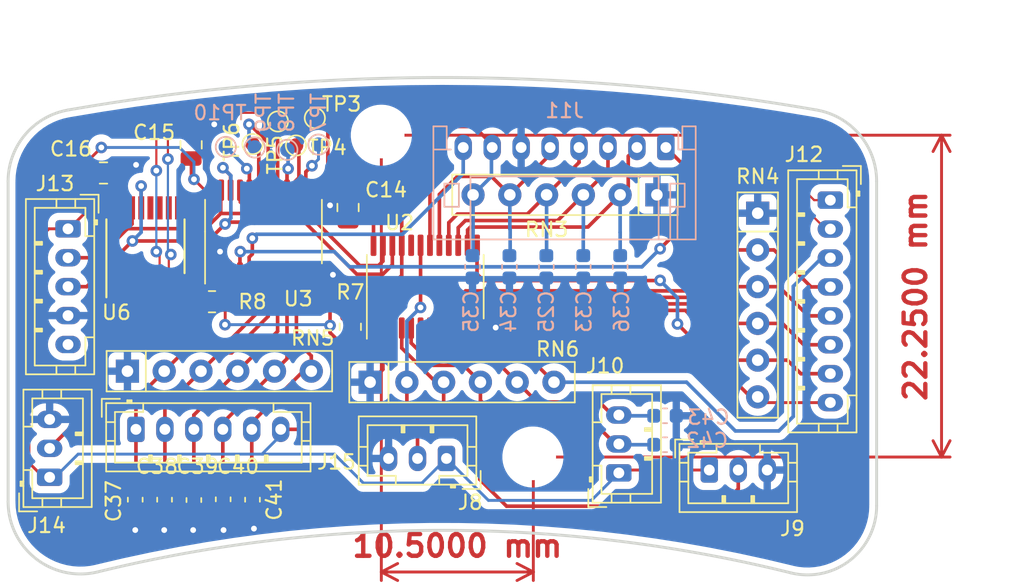
<source format=kicad_pcb>
(kicad_pcb (version 20211014) (generator pcbnew)
  (title_block (title "Libre-MIG PCB Full") (date "2022-10-10") (rev "v0.1"))
  (layers (0 "F.Cu" signal) (31 "B.Cu" signal) (34 "B.Paste" user) (35 "F.Paste" user) (36 "B.SilkS" user "B.Silkscreen") (37 "F.SilkS" user "F.Silkscreen") (38 "B.Mask" user) (39 "F.Mask" user) (44 "Edge.Cuts" user))
  (net 0 "")
  (net 1 "GND")
  (net 2 "/IO Controller/FlipIn")
  (net 3 "/IO Controller/BigRed")
  (net 4 "/IO Controller/Stage1")
  (net 5 "/IO Controller/Stage2")
  (net 6 "/IO Controller/EncodeA")
  (net 7 "/IO Controller/EncodeB")
  (net 8 "/IO Controller/DirC1")
  (net 9 "/IO Controller/DirR1")
  (net 10 "/IO Controller/DirL1")
  (net 11 "/IO Controller/DirU1")
  (net 12 "/IO Controller/DirD1")
  (net 13 "/IO Controller/Axis1")
  (net 14 "/IO Controller/Axis2")
  (net 15 "/IO Controller/CenterButt")
  (net 16 "/IO Controller/DirC")
  (net 17 "/IO Controller/DirL")
  (net 18 "/IO Controller/DirR")
  (net 19 "/IO Controller/DirU")
  (net 20 "/IO Controller/DirD")
  (net 21 "/IO Controller/SDA")
  (net 22 "/IO Controller/SCL")
  (net 23 "/IO Controller/EN")
  (net 24 "/IO Controller/TwistIn")
  (net 25 "+3V3")
  (net 26 "Net-(R7-Pad1)")
  (net 27 "Net-(R8-Pad1)")
  (net 28 "/IO Controller/SideA")
  (net 29 "/IO Controller/SideB")
  (net 30 "/IO Controller/SideC")
  (net 31 "/IO Controller/SideD")
  (net 32 "/IO Controller/SideCenter")
  (net 37 "/IO Controller/AIN3")
  (net 38 "/IO Controller/AIN4")
  (net 39 "/IO Controller/AIN5")
  (net 40 "/IO Controller/AIN6")
  (net 42 "/IO Controller/AIN7")
  (net 44 "/IO Controller/IN_xtra1")
  (net 45 "/IO Controller/IN_xtra2")
  (net 46 "/IO Controller/IN_xtra3")
  (net 47 "/IO Controller/IN_xtra4")
  (net 48 "/IO Controller/IN_xtra5")
  (net 49 "/IO Controller/IN_xtra6")
  (net 50 "/IO Controller/IN_xtra7")
  (net 51 "/IO Controller/IN_xtra8")
  (footprint "Capacitor_SMD:C_0603_1608Metric" (layer "F.Cu") (at 121.325 184.775 -90)
    (fp_text reference "C40")
    (fp_text value "100nF")
  )
  (footprint "Connector_JST:JST_PH_B3B-PH-K_1x03_P2.00mm_Vertical" (layer "F.Cu") (at 136.75 181.95 180)
    (fp_text reference "J8")
    (fp_text value "Conn_01x03")
  )
  (footprint "Capacitor_SMD:C_0805_2012Metric" (layer "F.Cu") (at 113.056 162.212 180)
    (fp_text reference "C16")
    (fp_text value "100nF")
  )
  (footprint "MountingHole:MountingHole_3.2mm_M3" (layer "F.Cu") (at 142.75 181.85)
    (fp_text reference "REF**" hide)
    (fp_text value "MountingHole_3.2mm_M3" hide)
  )
  (footprint "Connector_JST:JST_PH_B5B-PH-K_1x05_P2.00mm_Vertical" (layer "F.Cu") (at 110.606 166.073 -90)
    (fp_text reference "J13")
    (fp_text value "Conn_01x05")
  )
  (footprint "Resistor_THT:R_Array_SIP6" (layer "F.Cu") (at 114.711 175.915)
    (fp_text reference "RN5")
    (fp_text value "R_Network05")
  )
  (footprint "Connector_JST:JST_PH_B8B-PH-K_1x08_P2.00mm_Vertical" (layer "F.Cu") (at 163.267 164.089 -90)
    (fp_text reference "J12")
    (fp_text value "Conn_01x08")
  )
  (footprint "Package_SO:QSOP-16_3.9x4.9mm_P0.635mm" (layer "F.Cu") (at 115.981 167.279 90)
    (fp_text reference "U6")
    (fp_text value "MAX11615EEE")
  )
  (footprint "Resistor_SMD:R_0805_2012Metric" (layer "F.Cu") (at 120.553 171.112)
    (fp_text reference "R8")
    (fp_text value "10k")
  )
  (footprint "Capacitor_SMD:C_0805_2012Metric" (layer "F.Cu") (at 119.109 160.263 -90)
    (fp_text reference "C15")
    (fp_text value "100nF")
  )
  (footprint "Resistor_THT:R_Array_SIP6" (layer "F.Cu") (at 151.287 163.723 180)
    (fp_text reference "RN3")
    (fp_text value "R_Network05")
  )
  (footprint "Package_SO:TSSOP-24_4.4x7.8mm_P0.65mm" (layer "F.Cu") (at 124.109 166.263 90)
    (fp_text reference "U3")
    (fp_text value "TCA9535PWR")
  )
  (footprint "TestPoint:TestPoint_Pad_D1.0mm" (layer "F.Cu") (at 126.356 160.312)
    (fp_text reference "TP4")
    (fp_text value "TestPoint")
  )
  (footprint "Capacitor_SMD:C_0603_1608Metric" (layer "F.Cu") (at 123.35 184.8 -90)
    (fp_text reference "C41")
    (fp_text value "100nF")
  )
  (footprint "Connector_JST:JST_PH_B3B-PH-K_1x03_P2.00mm_Vertical" (layer "F.Cu") (at 109.335 183.249 90)
    (fp_text reference "J14")
    (fp_text value "Conn_01x03")
  )
  (footprint "TestPoint:TestPoint_Pad_D1.0mm" (layer "F.Cu") (at 125.107 158.649)
    (fp_text reference "TP5")
    (fp_text value "TestPoint")
  )
  (footprint "Package_SO:TSSOP-24_4.4x7.8mm_P0.65mm" (layer "F.Cu") (at 135.285 170.073 90)
    (fp_text reference "U2")
    (fp_text value "TCA9535PWR")
  )
  (footprint "Connector_JST:JST_PH_B6B-PH-K_1x06_P2.00mm_Vertical" (layer "F.Cu") (at 115.299 179.937)
    (fp_text reference "J15")
    (fp_text value "Conn_01x06")
  )
  (footprint "Capacitor_SMD:C_0603_1608Metric" (layer "F.Cu") (at 119.3 184.825 -90)
    (fp_text reference "C39")
    (fp_text value "100nF")
  )
  (footprint "Resistor_THT:R_Array_SIP6" (layer "F.Cu") (at 131.475 176.677)
    (fp_text reference "RN6")
    (fp_text value "R_Network05")
  )
  (footprint "MountingHole:MountingHole_3.2mm_M3" (layer "F.Cu") (at 132.25 159.6)
    (fp_text reference "REF**" hide)
    (fp_text value "MountingHole_3.2mm_M3" hide)
  )
  (footprint "Capacitor_SMD:C_0603_1608Metric" (layer "F.Cu") (at 117.275 184.8 -90)
    (fp_text reference "C38")
    (fp_text value "100nF")
  )
  (footprint "Connector_JST:JST_PH_B3B-PH-K_1x03_P2.00mm_Vertical" (layer "F.Cu") (at 154.907 182.749)
    (fp_text reference "J9")
    (fp_text value "Conn_01x03")
  )
  (footprint "Capacitor_SMD:C_0603_1608Metric" (layer "F.Cu") (at 115.25 184.8 -90)
    (fp_text reference "C37")
    (fp_text value "100nF")
  )
  (footprint "TestPoint:TestPoint_Pad_D1.0mm" (layer "F.Cu") (at 127.656 158.412)
    (fp_text reference "TP3")
    (fp_text value "TestPoint")
  )
  (footprint "TestPoint:TestPoint_Pad_D1.0mm" (layer "F.Cu") (at 123.356 160.212)
    (fp_text reference "TP6")
    (fp_text value "TestPoint")
  )
  (footprint "Connector_JST:JST_PH_B3B-PH-K_1x03_P2.00mm_Vertical" (layer "F.Cu") (at 148.657 182.949 90)
    (fp_text reference "J10")
    (fp_text value "Conn_01x03")
  )
  (footprint "Resistor_SMD:R_0805_2012Metric" (layer "F.Cu") (at 130.107 172.849 -90)
    (fp_text reference locked "R7")
    (fp_text value "10k")
  )
  (footprint "Resistor_THT:R_Array_SIP6" (layer "F.Cu") (at 158.25 164.993 -90)
    (fp_text reference "RN4")
    (fp_text value "R_Network05")
  )
  (footprint "Capacitor_SMD:C_0805_2012Metric" (layer "F.Cu") (at 129.95 164.6 90)
    (fp_text reference "C14")
    (fp_text value "100nF")
  )
  (footprint "TestPoint:TestPoint_Pad_D1.0mm" (layer "B.Cu") (at 125.756 160.612)
    (fp_text reference "TP8")
    (fp_text value "TestPoint")
  )
  (footprint "Capacitor_SMD:C_0603_1608Metric" (layer "B.Cu") (at 141.1 168.7 -90)
    (fp_text reference "C34")
    (fp_text value "100nF")
  )
  (footprint "Capacitor_SMD:C_0603_1608Metric" (layer "B.Cu") (at 148.75 168.7 -90)
    (fp_text reference "C36")
    (fp_text value "100nF")
  )
  (footprint "TestPoint:TestPoint_Pad_D1.0mm" (layer "B.Cu") (at 123.507 160.449)
    (fp_text reference "TP9")
    (fp_text value "TestPoint")
  )
  (footprint "Capacitor_SMD:C_0603_1608Metric" (layer "B.Cu") (at 143.65 168.7 -90)
    (fp_text reference "C25")
    (fp_text value "100nF")
  )
  (footprint "Capacitor_SMD:C_0603_1608Metric" (layer "B.Cu") (at 138.55 168.7 -90)
    (fp_text reference "C35")
    (fp_text value "100nF")
  )
  (footprint "Capacitor_SMD:C_0603_1608Metric" (layer "B.Cu") (at 151.85 181)
    (fp_text reference "C42")
    (fp_text value "100nF")
  )
  (footprint "TestPoint:TestPoint_Pad_D1.0mm" (layer "B.Cu") (at 127.907 160.249)
    (fp_text reference "TP7")
    (fp_text value "TestPoint")
  )
  (footprint "Capacitor_SMD:C_0603_1608Metric" (layer "B.Cu") (at 146.2 168.7 -90)
    (fp_text reference "C33")
    (fp_text value "100nF")
  )
  (footprint "Capacitor_SMD:C_0603_1608Metric" (layer "B.Cu") (at 151.85 179)
    (fp_text reference "C43")
    (fp_text value "100nF")
  )
  (footprint "Connector_JST:JST_PH_S8B-PH-K_1x08_P2.00mm_Horizontal" (layer "B.Cu") (at 151.907 160.449 180)
    (fp_text reference "J11")
    (fp_text value "Conn_01x08")
  )
  (footprint "TestPoint:TestPoint_Pad_D1.0mm" (layer "B.Cu") (at 121.507 160.412)
    (fp_text reference "TP10")
    (fp_text value "TestPoint")
  )
  (gr_line (start 166.465539 162.78453) (end 166.465539 185.22603) (layer "Edge.Cuts") (width 0.2))
  (gr_arc (start 112.656006 189.793488) (mid 136.603162 186.91782) (end 160.542296 189.859514) (layer "Edge.Cuts") (width 0.2))
  (gr_arc (start 166.465509 185.22603) (mid 164.632988 188.986059) (end 160.54235 189.859364) (layer "Edge.Cuts") (width 0.2))
  (gr_arc (start 112.656003 189.793342) (mid 108.379443 188.871136) (end 106.465539 184.93713) (layer "Edge.Cuts") (width 0.2))
  (gr_arc (start 110.604035 157.858952) (mid 136.465609 155.61273) (end 162.327184 157.858952) (layer "Edge.Cuts") (width 0.2))
  (gr_arc (start 162.327591 157.859404) (mid 165.293715 159.568207) (end 166.465539 162.78453) (layer "Edge.Cuts") (width 0.2))
  (gr_arc (start 106.465569 162.78453) (mid 107.637352 159.568199) (end 110.603492 157.859434) (layer "Edge.Cuts") (width 0.2))
  (gr_line (start 106.465539 184.93713) (end 106.465539 162.78453) (layer "Edge.Cuts") (width 0.2))
  (dimension (type orthogonal) (layer "F.Cu") (pts (xy 132.25 159.6) (xy 142.75 181.85)) (height 30.2) (orientation 0) (gr_text "10.5000 mm" (at 137.5 188) (layer "F.Cu") (effects (font (size 1.5 1.5) (thickness 0.3)))) (format (units 3) (units_format 1) (precision 4)) (style (thickness 0.2) (arrow_length 1.27) (text_position_mode 0) (extension_height 0.58642) (extension_offset 0.5) keep_text_aligned))
  (dimension (type orthogonal) (layer "F.Cu") (pts (xy 132.25 159.6) (xy 142.75 181.85)) (height 38.7) (orientation 1) (gr_text "22.2500 mm" (at 169.15 170.725 90) (layer "F.Cu") (effects (font (size 1.5 1.5) (thickness 0.3)))) (format (units 3) (units_format 1) (precision 4)) (style (thickness 0.2) (arrow_length 1.27) (text_position_mode 0) (extension_height 0.58642) (extension_offset 0.5) keep_text_aligned))
  (segment (start 119.3 185.6) (end 121.275 185.6) (width 0.25) (layer "F.Cu") (net 1))
  (segment (start 121.275 185.6) (end 121.325 185.55) (width 0.25) (layer "F.Cu") (net 1))
  (segment (start 123.325 185.55) (end 123.35 185.575) (width 0.25) (layer "F.Cu") (net 1))
  (segment (start 117.275 185.575) (end 117.275 186.675) (width 0.25) (layer "F.Cu") (net 1))
  (segment (start 122.484 163.4005) (end 122.484 164.226) (width 0.2) (layer "F.Cu") (net 1))
  (segment (start 123.35 185.575) (end 123.525 185.575) (width 0.25) (layer "F.Cu") (net 1))
  (segment (start 114.006 162.212) (end 114.744 162.212) (width 0.2) (layer "F.Cu") (net 1))
  (segment (start 122.707 164.449) (end 128.707 164.449) (width 0.2) (layer "F.Cu") (net 1))
  (segment (start 114.3935 164.6247) (end 114.3935 163.0085) (width 0.25) (layer "F.Cu") (net 1))
  (segment (start 121.325 186.675) (end 121.325 185.55) (width 0.25) (layer "F.Cu") (net 1))
  (segment (start 120.243 159.313) (end 120.707 158.849) (width 0.2) (layer "F.Cu") (net 1))
  (segment (start 119.3 185.6) (end 119.3 186.65) (width 0.25) (layer "F.Cu") (net 1))
  (segment (start 121.834 169.1255) (end 121.834 168.376) (width 0.2) (layer "F.Cu") (net 1))
  (segment (start 140.1145 172.9355) (end 140.15 172.9) (width 0.25) (layer "F.Cu") (net 1))
  (segment (start 128.707 164.449) (end 128.849 164.449) (width 0.2) (layer "F.Cu") (net 1))
  (segment (start 117.275 186.675) (end 117.25 186.7) (width 0.25) (layer "F.Cu") (net 1))
  (segment (start 132.36 172.9355) (end 132.36 175.792) (width 0.25) (layer "F.Cu") (net 1))
  (segment (start 127.684 169.1255) (end 128.7835 169.1255) (width 0.2) (layer "F.Cu") (net 1))
  (segment (start 132.36 175.792) (end 131.475 176.677) (width 0.25) (layer "F.Cu") (net 1))
  (segment (start 121.35 186.7) (end 121.325 186.675) (width 0.25) (layer "F.Cu") (net 1))
  (segment (start 121.325 185.55) (end 123.325 185.55) (width 0.25) (layer "F.Cu") (net 1))
  (segment (start 115.25 185.575) (end 115.25 186.9) (width 0.25) (layer "F.Cu") (net 1))
  (segment (start 119.275 185.575) (end 119.3 185.6) (width 0.25) (layer "F.Cu") (net 1))
  (segment (start 114.3935 163.0085) (end 114.006 162.621) (width 0.25) (layer "F.Cu") (net 1))
  (segment (start 123.45 186.8) (end 123.45 185.675) (width 0.25) (layer "F.Cu") (net 1))
  (segment (start 123.45 185.675) (end 123.35 185.575) (width 0.25) (layer "F.Cu") (net 1))
  (segment (start 121.834 168.376) (end 121.107 167.649) (width 0.2) (layer "F.Cu") (net 1))
  (segment (start 128.7835 169.1255) (end 128.907 169.249) (width 0.2) (layer "F.Cu") (net 1))
  (segment (start 138.86 172.9355) (end 140.1145 172.9355) (width 0.25) (layer "F.Cu") (net 1))
  (segment (start 119.3 186.65) (end 119.25 186.7) (width 0.25) (layer "F.Cu") (net 1))
  (segment (start 128.849 164.449) (end 129.95 165.55) (width 0.2) (layer "F.Cu") (net 1))
  (segment (start 119.109 159.313) (end 120.243 159.313) (width 0.2) (layer "F.Cu") (net 1))
  (segment (start 117.275 185.575) (end 119.275 185.575) (width 0.25) (layer "F.Cu") (net 1))
  (segment (start 132.36 172.9355) (end 133.01 172.9355) (width 0.25) (layer "F.Cu") (net 1))
  (segment (start 115.25 185.575) (end 117.275 185.575) (width 0.25) (layer "F.Cu") (net 1))
  (segment (start 114.744 162.212) (end 115.307 161.649) (width 0.2) (layer "F.Cu") (net 1))
  (segment (start 122.484 164.226) (end 122.707 164.449) (width 0.2) (layer "F.Cu") (net 1))
  (via (at 121.35 186.9) (size 0.8) (drill 0.4) (layers "F.Cu" "B.Cu") (net 1))
  (via (at 121.107 167.649) (size 0.8) (drill 0.4) (layers "F.Cu" "B.Cu") (net 1))
  (via (at 123.45 186.8) (size 0.8) (drill 0.4) (layers "F.Cu" "B.Cu") (net 1))
  (via (at 119.25 186.9) (size 0.8) (drill 0.4) (layers "F.Cu" "B.Cu") (net 1))
  (via (at 128.907 169.249) (size 0.8) (drill 0.4) (layers "F.Cu" "B.Cu") (net 1))
  (via (at 115.25 186.9) (size 0.8) (drill 0.4) (layers "F.Cu" "B.Cu") (net 1))
  (via (at 115.307 161.649) (size 0.8) (drill 0.4) (layers "F.Cu" "B.Cu") (net 1))
  (via (at 128.707 164.449) (size 0.8) (drill 0.4) (layers "F.Cu" "B.Cu") (net 1))
  (via (at 120.707 158.849) (size 0.8) (drill 0.4) (layers "F.Cu" "B.Cu") (net 1))
  (via (at 140.15 172.9) (size 0.8) (drill 0.4) (layers "F.Cu" "B.Cu") (net 1))
  (via (at 117.25 186.9) (size 0.8) (drill 0.4) (layers "F.Cu" "B.Cu") (net 1))
  (segment (start 134.015 178.157) (end 134.75 178.892) (width 0.25) (layer "F.Cu") (net 2))
  (segment (start 134.015 176.677) (end 134.015 178.157) (width 0.25) (layer "F.Cu") (net 2))
  (segment (start 134.96 171.508) (end 134.956 171.512) (width 0.25) (layer "F.Cu") (net 2))
  (segment (start 134.75 178.892) (end 134.75 181.95) (width 0.25) (layer "F.Cu") (net 2))
  (segment (start 134.96 167.2105) (end 134.96 171.508) (width 0.25) (layer "F.Cu") (net 2))
  (via (at 134.956 171.512) (size 0.8) (drill 0.4) (layers "F.Cu" "B.Cu") (net 2))
  (segment (start 134.015 172.453) (end 134.015 176.677) (width 0.25) (layer "B.Cu") (net 2))
  (segment (start 134.956 171.512) (end 134.015 172.453) (width 0.25) (layer "B.Cu") (net 2))
  (segment (start 133.66 174.316) (end 136.021 176.677) (width 0.25) (layer "F.Cu") (net 3))
  (segment (start 133.66 172.9355) (end 133.66 174.316) (width 0.25) (layer "F.Cu") (net 3))
  (segment (start 136.555 178.505) (end 139.05 181) (width 0.25) (layer "F.Cu") (net 3))
  (segment (start 140.899 185.249) (end 155.707 185.249) (width 0.25) (layer "F.Cu") (net 3))
  (segment (start 155.707 185.249) (end 156.907 184.049) (width 0.25) (layer "F.Cu") (net 3))
  (segment (start 136.021 176.677) (end 136.555 176.677) (width 0.25) (layer "F.Cu") (net 3))
  (segment (start 136.555 176.677) (end 136.555 178.505) (width 0.25) (layer "F.Cu") (net 3))
  (segment (start 139.05 181) (end 139.05 183.4) (width 0.25) (layer "F.Cu") (net 3))
  (segment (start 139.05 183.4) (end 140.899 185.249) (width 0.25) (layer "F.Cu") (net 3))
  (segment (start 156.907 184.049) (end 156.907 182.749) (width 0.25) (layer "F.Cu") (net 3))
  (segment (start 135.856 175.512) (end 137.93 175.512) (width 0.25) (layer "F.Cu") (net 4))
  (segment (start 146.307 178.849) (end 140.007 178.849) (width 0.25) (layer "F.Cu") (net 4))
  (segment (start 139.095 177.937) (end 139.095 176.677) (width 0.25) (layer "F.Cu") (net 4))
  (segment (start 134.31 172.9355) (end 134.31 173.966) (width 0.25) (layer "F.Cu") (net 4))
  (segment (start 137.93 175.512) (end 139.095 176.677) (width 0.25) (layer "F.Cu") (net 4))
  (segment (start 140.007 178.849) (end 139.095 177.937) (width 0.25) (layer "F.Cu") (net 4))
  (segment (start 134.31 173.966) (end 135.856 175.512) (width 0.25) (layer "F.Cu") (net 4))
  (segment (start 146.307 178.849) (end 148.507 181.049) (width 0.25) (layer "F.Cu") (net 4))
  (segment (start 148.708 181) (end 148.657 180.949) (width 0.25) (layer "B.Cu") (net 4))
  (segment (start 151.075 181) (end 148.708 181) (width 0.25) (layer "B.Cu") (net 4))
  (segment (start 142.907 178.049) (end 142.907 177.949) (width 0.25) (layer "F.Cu") (net 5))
  (segment (start 134.96 173.816) (end 136.206 175.062) (width 0.25) (layer "F.Cu") (net 5))
  (segment (start 134.96 172.9355) (end 134.96 173.816) (width 0.25) (layer "F.Cu") (net 5))
  (segment (start 136.206 175.062) (end 140.02 175.062) (width 0.25) (layer "F.Cu") (net 5))
  (segment (start 147.307 178.049) (end 148.307 179.049) (width 0.25) (layer "F.Cu") (net 5))
  (segment (start 147.307 178.049) (end 142.907 178.049) (width 0.25) (layer "F.Cu") (net 5))
  (segment (start 142.907 177.949) (end 141.635 176.677) (width 0.25) (layer "F.Cu") (net 5))
  (segment (start 140.02 175.062) (end 141.635 176.677) (width 0.25) (layer "F.Cu") (net 5))
  (segment (start 151.075 179) (end 148.708 179) (width 0.25) (layer "B.Cu") (net 5))
  (segment (start 148.708 179) (end 148.657 178.949) (width 0.25) (layer "B.Cu") (net 5))
  (segment (start 151.507 167.449) (end 153.507 165.449) (width 0.25) (layer "F.Cu") (net 6))
  (segment (start 122.484 167.672) (end 122.484 169.1255) (width 0.25) (layer "F.Cu") (net 6))
  (segment (start 153.507 165.449) (end 153.507 162.049) (width 0.25) (layer "F.Cu") (net 6))
  (segment (start 122.507 167.649) (end 122.484 167.672) (width 0.25) (layer "F.Cu") (net 6))
  (segment (start 153.507 162.049) (end 151.907 160.449) (width 0.25) (layer "F.Cu") (net 6))
  (via (at 151.507 167.449) (size 0.8) (drill 0.4) (layers "F.Cu" "B.Cu") (net 6))
  (via (at 122.507 167.649) (size 0.8) (drill 0.4) (layers "F.Cu" "B.Cu") (net 6))
  (segment (start 150.256 168.7) (end 130.05 168.7) (width 0.25) (layer "B.Cu") (net 6))
  (segment (start 151.507 167.449) (end 150.256 168.7) (width 0.25) (layer "B.Cu") (net 6))
  (segment (start 128.999 167.649) (end 122.507 167.649) (width 0.25) (layer "B.Cu") (net 6))
  (segment (start 130.05 168.7) (end 128.999 167.649) (width 0.25) (layer "B.Cu") (net 6))
  (segment (start 123.119653 168.036347) (end 123.119653 169.111153) (width 0.25) (layer "F.Cu") (net 7))
  (segment (start 123.33883 166.7245) (end 123.33883 167.81717) (width 0.25) (layer "F.Cu") (net 7))
  (segment (start 123.33883 167.81717) (end 123.119653 168.036347) (width 0.25) (layer "F.Cu") (net 7))
  (segment (start 123.119653 169.111153) (end 123.134 169.1255) (width 0.25) (layer "F.Cu") (net 7))
  (via (at 123.33883 166.7245) (size 0.8) (drill 0.4) (layers "F.Cu" "B.Cu") (net 7))
  (segment (start 137.907 162.249) (end 137.907 160.449) (width 0.25) (layer "B.Cu") (net 7))
  (segment (start 123.61433 166.449) (end 133.707 166.449) (width 0.25) (layer "B.Cu") (net 7))
  (segment (start 133.707 166.449) (end 137.907 162.249) (width 0.25) (layer "B.Cu") (net 7))
  (segment (start 123.33883 166.7245) (end 123.61433 166.449) (width 0.25) (layer "B.Cu") (net 7))
  (segment (start 145.907 161.483) (end 143.667 163.723) (width 0.25) (layer "F.Cu") (net 8))
  (segment (start 137.507 165.049) (end 142.341 165.049) (width 0.25) (layer "F.Cu") (net 8))
  (segment (start 145.907 160.449) (end 145.907 161.483) (width 0.25) (layer "F.Cu") (net 8))
  (segment (start 136.91 165.646) (end 137.507 165.049) (width 0.25) (layer "F.Cu") (net 8))
  (segment (start 142.341 165.049) (end 143.667 163.723) (width 0.25) (layer "F.Cu") (net 8))
  (segment (start 136.91 167.2105) (end 136.91 165.646) (width 0.25) (layer "F.Cu") (net 8))
  (segment (start 143.667 167.908) (end 143.667 163.723) (width 0.25) (layer "B.Cu") (net 8))
  (segment (start 143.65 167.925) (end 143.667 167.908) (width 0.25) (layer "B.Cu") (net 8))
  (segment (start 137.56 165.996) (end 138.057 165.499) (width 0.25) (layer "F.Cu") (net 9))
  (segment (start 144.431 165.499) (end 146.207 163.723) (width 0.25) (layer "F.Cu") (net 9))
  (segment (start 138.057 165.499) (end 144.431 165.499) (width 0.25) (layer "F.Cu") (net 9))
  (segment (start 147.907 160.449) (end 147.907 162.023) (width 0.25) (layer "F.Cu") (net 9))
  (segment (start 147.907 162.023) (end 146.207 163.723) (width 0.25) (layer "F.Cu") (net 9))
  (segment (start 137.56 167.2105) (end 137.56 165.996) (width 0.25) (layer "F.Cu") (net 9))
  (segment (start 146.207 166.268) (end 146.207 163.723) (width 0.25) (layer "B.Cu") (net 9))
  (segment (start 146.2 167.925) (end 146.2 166.275) (width 0.25) (layer "B.Cu") (net 9))
  (segment (start 139.853 162.449) (end 137.507 162.449) (width 0.25) (layer "F.Cu") (net 10))
  (segment (start 143.907 160.943) (end 141.127 163.723) (width 0.25) (layer "F.Cu") (net 10))
  (segment (start 137.507 162.449) (end 136.26 163.696) (width 0.25) (layer "F.Cu") (net 10))
  (segment (start 136.26 163.696) (end 136.26 167.2105) (width 0.25) (layer "F.Cu") (net 10))
  (segment (start 141.127 163.723) (end 139.853 162.449) (width 0.25) (layer "F.Cu") (net 10))
  (segment (start 143.907 160.449) (end 143.907 160.943) (width 0.25) (layer "F.Cu") (net 10))
  (segment (start 141.1 167.925) (end 141.15 167.875) (width 0.25) (layer "B.Cu") (net 10))
  (segment (start 141.127 166.1) (end 141.127 163.723) (width 0.25) (layer "B.Cu") (net 10))
  (segment (start 141.15 167.875) (end 141.15 166.1) (width 0.25) (layer "B.Cu") (net 10))
  (segment (start 149.307 163.163) (end 148.747 163.723) (width 0.25) (layer "F.Cu") (net 11))
  (segment (start 149.907 160.449) (end 149.307 161.049) (width 0.25) (layer "F.Cu") (net 11))
  (segment (start 138.407 165.949) (end 146.521 165.949) (width 0.25) (layer "F.Cu") (net 11))
  (segment (start 149.307 161.049) (end 149.307 163.163) (width 0.25) (layer "F.Cu") (net 11))
  (segment (start 146.521 165.949) (end 148.747 163.723) (width 0.25) (layer "F.Cu") (net 11))
  (segment (start 138.21 166.146) (end 138.407 165.949) (width 0.25) (layer "F.Cu") (net 11))
  (segment (start 138.21 167.2105) (end 138.21 166.146) (width 0.25) (layer "F.Cu") (net 11))
  (segment (start 148.75 166.325) (end 148.747 166.322) (width 0.25) (layer "B.Cu") (net 11))
  (segment (start 148.747 166.322) (end 148.747 163.723) (width 0.25) (layer "B.Cu") (net 11))
  (segment (start 148.75 167.925) (end 148.75 166.325) (width 0.25) (layer "B.Cu") (net 11))
  (segment (start 138.658 159) (end 139.856 160.198) (width 0.25) (layer "F.Cu") (net 12))
  (segment (start 135.61 160.44) (end 137.05 159) (width 0.25) (layer "F.Cu") (net 12))
  (segment (start 137.05 159) (end 138.658 159) (width 0.25) (layer "F.Cu") (net 12))
  (segment (start 135.61 167.2105) (end 135.61 160.44) (width 0.25) (layer "F.Cu") (net 12))
  (segment (start 138.55 167.925) (end 138.587 167.888) (width 0.25) (layer "B.Cu") (net 12))
  (segment (start 138.587 163.723) (end 139.856 162.454) (width 0.25) (layer "B.Cu") (net 12))
  (segment (start 138.587 167.888) (end 138.587 163.723) (width 0.25) (layer "B.Cu") (net 12))
  (segment (start 139.856 162.454) (end 139.856 160.862) (width 0.25) (layer "B.Cu") (net 12))
  (segment (start 116.707 158.449) (end 116.707 161.849) (width 0.15) (layer "F.Cu") (net 13))
  (segment (start 116.707 161.849) (end 116.707 162.049) (width 0.15) (layer "F.Cu") (net 13))
  (segment (start 134.357 156.899) (end 123.857 156.899) (width 0.15) (layer "F.Cu") (net 13))
  (segment (start 116.9335 169.9333) (end 116.9335 167.8755) (width 0.15) (layer "F.Cu") (net 13))
  (segment (start 117.507 157.649) (end 116.707 158.449) (width 0.15) (layer "F.Cu") (net 13))
  (segment (start 155.707 157.649) (end 135.107 157.649) (width 0.15) (layer "F.Cu") (net 13))
  (segment (start 163.267 164.089) (end 162.147 164.089) (width 0.15) (layer "F.Cu") (net 13))
  (segment (start 123.107 157.649) (end 117.507 157.649) (width 0.15) (layer "F.Cu") (net 13))
  (segment (start 135.107 157.649) (end 134.357 156.899) (width 0.15) (layer "F.Cu") (net 13))
  (segment (start 116.9335 167.8755) (end 116.707 167.649) (width 0.2) (layer "F.Cu") (net 13))
  (segment (start 162.147 164.089) (end 155.707 157.649) (width 0.15) (layer "F.Cu") (net 13))
  (segment (start 123.857 156.899) (end 123.107 157.649) (width 0.15) (layer "F.Cu") (net 13))
  (via (at 116.707 162.049) (size 0.8) (drill 0.4) (layers "F.Cu" "B.Cu") (net 13))
  (via (at 116.707 167.649) (size 0.8) (drill 0.4) (layers "F.Cu" "B.Cu") (net 13))
  (segment (start 116.707 162.049) (end 116.707 167.449) (width 0.15) (layer "B.Cu") (net 13))
  (segment (start 116.707 167.449) (end 116.707 167.649) (width 0.15) (layer "B.Cu") (net 13))
  (segment (start 133.707 157.249) (end 124.707 157.249) (width 0.15) (layer "F.Cu") (net 14))
  (segment (start 117.5685 169.9333) (end 117.5685 167.9875) (width 0.15) (layer "F.Cu") (net 14))
  (segment (start 117.907 158.049) (end 117.507 158.449) (width 0.15) (layer "F.Cu") (net 14))
  (segment (start 163.267 166.089) (end 162.947 166.089) (width 0.15) (layer "F.Cu") (net 14))
  (segment (start 117.5685 167.9875) (end 117.707 167.849) (width 0.2) (layer "F.Cu") (net 14))
  (segment (start 117.507 158.449) (end 117.507 161.249) (width 0.15) (layer "F.Cu") (net 14))
  (segment (start 124.707 157.249) (end 123.907 158.049) (width 0.15) (layer "F.Cu") (net 14))
  (segment (start 134.907 158.449) (end 133.707 157.249) (width 0.15) (layer "F.Cu") (net 14))
  (segment (start 123.907 158.049) (end 117.907 158.049) (width 0.15) (layer "F.Cu") (net 14))
  (segment (start 162.947 166.089) (end 155.307 158.449) (width 0.15) (layer "F.Cu") (net 14))
  (segment (start 155.307 158.449) (end 134.907 158.449) (width 0.15) (layer "F.Cu") (net 14))
  (via (at 117.707 167.849) (size 0.8) (drill 0.4) (layers "F.Cu" "B.Cu") (net 14))
  (via (at 117.507 161.249) (size 0.8) (drill 0.4) (layers "F.Cu" "B.Cu") (net 14))
  (segment (start 117.507 167.649) (end 117.707 167.849) (width 0.15) (layer "B.Cu") (net 14))
  (segment (start 117.507 161.249) (end 117.507 167.649) (width 0.15) (layer "B.Cu") (net 14))
  (segment (start 136.392396 174.612) (end 142.11 174.612) (width 0.25) (layer "F.Cu") (net 15))
  (segment (start 142.11 174.612) (end 144.175 176.677) (width 0.25) (layer "F.Cu") (net 15))
  (segment (start 135.61 173.829604) (end 136.392396 174.612) (width 0.25) (layer "F.Cu") (net 15))
  (segment (start 135.61 172.9355) (end 135.61 173.829604) (width 0.25) (layer "F.Cu") (net 15))
  (segment (start 156.707 180.049) (end 159.707 180.049) (width 0.25) (layer "B.Cu") (net 15))
  (segment (start 153.335 176.677) (end 156.707 180.049) (width 0.25) (layer "B.Cu") (net 15))
  (segment (start 162.667 168.089) (end 163.267 168.089) (width 0.25) (layer "B.Cu") (net 15))
  (segment (start 160.707 170.049) (end 162.667 168.089) (width 0.25) (layer "B.Cu") (net 15))
  (segment (start 160.707 179.049) (end 160.707 170.049) (width 0.25) (layer "B.Cu") (net 15))
  (segment (start 144.175 176.677) (end 153.335 176.677) (width 0.25) (layer "B.Cu") (net 15))
  (segment (start 159.707 180.049) (end 160.707 179.049) (width 0.25) (layer "B.Cu") (net 15))
  (segment (start 159.377 167.533) (end 161.933 170.089) (width 0.25) (layer "F.Cu") (net 16))
  (segment (start 136.26 172.171604) (end 138.069604 170.362) (width 0.25) (layer "F.Cu") (net 16))
  (segment (start 161.933 170.089) (end 163.267 170.089) (width 0.25) (layer "F.Cu") (net 16))
  (segment (start 158.399 167.533) (end 159.377 167.533) (width 0.25) (layer "F.Cu") (net 16))
  (segment (start 138.069604 170.362) (end 153.306 170.362) (width 0.25) (layer "F.Cu") (net 16))
  (segment (start 156.135 167.533) (end 158.399 167.533) (width 0.25) (layer "F.Cu") (net 16))
  (segment (start 136.26 172.9355) (end 136.26 172.171604) (width 0.25) (layer "F.Cu") (net 16))
  (segment (start 153.306 170.362) (end 156.135 167.533) (width 0.25) (layer "F.Cu") (net 16))
  (segment (start 136.91 172.158) (end 138.256 170.812) (width 0.25) (layer "F.Cu") (net 17))
  (segment (start 161.733 172.089) (end 163.267 172.089) (width 0.25) (layer "F.Cu") (net 17))
  (segment (start 156.095 170.073) (end 158.399 170.073) (width 0.25) (layer "F.Cu") (net 17))
  (segment (start 138.256 170.812) (end 155.356 170.812) (width 0.25) (layer "F.Cu") (net 17))
  (segment (start 159.717 170.073) (end 161.733 172.089) (width 0.25) (layer "F.Cu") (net 17))
  (segment (start 136.91 172.9355) (end 136.91 172.158) (width 0.25) (layer "F.Cu") (net 17))
  (segment (start 158.399 170.073) (end 159.717 170.073) (width 0.25) (layer "F.Cu") (net 17))
  (segment (start 155.356 170.812) (end 156.095 170.073) (width 0.25) (layer "F.Cu") (net 17))
  (segment (start 161.433 174.089) (end 163.267 174.089) (width 0.25) (layer "F.Cu") (net 18))
  (segment (start 159.957 172.613) (end 161.433 174.089) (width 0.25) (layer "F.Cu") (net 18))
  (segment (start 156.757 172.613) (end 158.399 172.613) (width 0.25) (layer "F.Cu") (net 18))
  (segment (start 137.56 172.171604) (end 138.469604 171.262) (width 0.25) (layer "F.Cu") (net 18))
  (segment (start 137.56 172.9355) (end 137.56 172.171604) (width 0.25) (layer "F.Cu") (net 18))
  (segment (start 155.406 171.262) (end 156.757 172.613) (width 0.25) (layer "F.Cu") (net 18))
  (segment (start 138.469604 171.262) (end 155.406 171.262) (width 0.25) (layer "F.Cu") (net 18))
  (segment (start 158.399 172.613) (end 159.957 172.613) (width 0.25) (layer "F.Cu") (net 18))
  (segment (start 156.697 175.153) (end 158.399 175.153) (width 0.25) (layer "F.Cu") (net 19))
  (segment (start 153.256 171.712) (end 156.697 175.153) (width 0.25) (layer "F.Cu") (net 19))
  (segment (start 138.21 172.9355) (end 138.21 172.158) (width 0.25) (layer "F.Cu") (net 19))
  (segment (start 138.656 171.712) (end 153.256 171.712) (width 0.25) (layer "F.Cu") (net 19))
  (segment (start 160.297 175.153) (end 161.233 176.089) (width 0.25) (layer "F.Cu") (net 19))
  (segment (start 161.233 176.089) (end 163.267 176.089) (width 0.25) (layer "F.Cu") (net 19))
  (segment (start 158.399 175.153) (end 160.297 175.153) (width 0.25) (layer "F.Cu") (net 19))
  (segment (start 138.21 172.158) (end 138.656 171.712) (width 0.25) (layer "F.Cu") (net 19))
  (segment (start 151.4955 169.649) (end 151.507 169.6375) (width 0.25) (layer "F.Cu") (net 20))
  (segment (start 138.86 167.2105) (end 138.86 169.202) (width 0.25) (layer "F.Cu") (net 20))
  (segment (start 157.751 177.693) (end 158.399 177.693) (width 0.25) (layer "F.Cu") (net 20))
  (segment (start 158.795 178.089) (end 158.399 177.693) (width 0.2) (layer "F.Cu") (net 20))
  (segment (start 138.86 169.202) (end 139.307 169.649) (width 0.25) (layer "F.Cu") (net 20))
  (segment (start 163.267 178.089) (end 158.795 178.089) (width 0.2) (layer "F.Cu") (net 20))
  (segment (start 139.307 169.649) (end 151.4955 169.649) (width 0.25) (layer "F.Cu") (net 20))
  (segment (start 152.707 172.649) (end 157.751 177.693) (width 0.25) (layer "F.Cu") (net 20))
  (via (at 151.507 169.6375) (size 0.8) (drill 0.4) (layers "F.Cu" "B.Cu") (net 20))
  (via (at 152.707 172.649) (size 0.8) (drill 0.4) (layers "F.Cu" "B.Cu") (net 20))
  (segment (start 151.507 169.6375) (end 151.507 169.649) (width 0.25) (layer "B.Cu") (net 20))
  (segment (start 151.507 169.649) (end 152.107 170.249) (width 0.25) (layer "B.Cu") (net 20))
  (segment (start 152.707 172.449) (end 152.707 172.649) (width 0.25) (layer "B.Cu") (net 20))
  (segment (start 152.707 170.849) (end 152.707 172.449) (width 0.25) (layer "B.Cu") (net 20))
  (segment (start 152.107 170.249) (end 152.707 170.849) (width 0.25) (layer "B.Cu") (net 20))
  (segment (start 121.156 165.012) (end 127.156 165.012) (width 0.25) (layer "F.Cu") (net 21))
  (segment (start 130.756 168.612) (end 132.056 168.612) (width 0.25) (layer "F.Cu") (net 21))
  (segment (start 127.156 165.012) (end 130.756 168.612) (width 0.25) (layer "F.Cu") (net 21))
  (segment (start 132.056 168.612) (end 132.36 168.308) (width 0.25) (layer "F.Cu") (net 21))
  (segment (start 121.156 163.4285) (end 121.184 163.4005) (width 0.25) (layer "F.Cu") (net 21))
  (segment (start 121.156 165.012) (end 121.156 163.4285) (width 0.25) (layer "F.Cu") (net 21))
  (segment (start 132.36 168.308) (end 132.36 167.2105) (width 0.25) (layer "F.Cu") (net 21))
  (segment (start 114.656 166.112) (end 115.0285 165.7395) (width 0.25) (layer "F.Cu") (net 21))
  (segment (start 121.156 165.012) (end 120.106 166.062) (width 0.25) (layer "F.Cu") (net 21))
  (segment (start 110.606 168.073) (end 112.695 168.073) (width 0.25) (layer "F.Cu") (net 21))
  (segment (start 120.106 166.062) (end 114.706 166.062) (width 0.25) (layer "F.Cu") (net 21))
  (segment (start 112.695 168.073) (end 114.656 166.112) (width 0.25) (layer "F.Cu") (net 21))
  (segment (start 115.0285 165.7395) (end 115.0285 164.6247) (width 0.25) (layer "F.Cu") (net 21))
  (segment (start 114.706 166.062) (end 114.656 166.112) (width 0.25) (layer "F.Cu") (net 21))
  (segment (start 121.580598 165.612) (end 126.956 165.612) (width 0.25) (layer "F.Cu") (net 22))
  (segment (start 133.01 168.558) (end 133.01 167.2105) (width 0.25) (layer "F.Cu") (net 22))
  (segment (start 111.895 170.073) (end 110.606 170.073) (width 0.25) (layer "F.Cu") (net 22))
  (segment (start 121.834 162.376) (end 121.834 163.4005) (width 0.25) (layer "F.Cu") (net 22))
  (segment (start 121.456049 165.736549) (end 121.580598 165.612) (width 0.25) (layer "F.Cu") (net 22))
  (segment (start 126.956 165.612) (end 130.556 169.212) (width 0.25) (layer "F.Cu") (net 22))
  (segment (start 115.656 163.112) (end 115.656 164.6172) (width 0.25) (layer "F.Cu") (net 22))
  (segment (start 132.356 169.212) (end 133.01 168.558) (width 0.25) (layer "F.Cu") (net 22))
  (segment (start 130.556 169.212) (end 132.356 169.212) (width 0.25) (layer "F.Cu") (net 22))
  (segment (start 115.056 166.912) (end 111.895 170.073) (width 0.25) (layer "F.Cu") (net 22))
  (segment (start 115.656 164.6172) (end 115.6635 164.6247) (width 0.25) (layer "F.Cu") (net 22))
  (segment (start 115.056 166.912) (end 120.280598 166.912) (width 0.25) (layer "F.Cu") (net 22))
  (segment (start 121.307 161.849) (end 121.834 162.376) (width 0.25) (layer "F.Cu") (net 22))
  (segment (start 120.280598 166.912) (end 121.456049 165.736549) (width 0.25) (layer "F.Cu") (net 22))
  (via (at 115.056 166.912) (size 0.8) (drill 0.4) (layers "F.Cu" "B.Cu") (net 22))
  (via (at 115.656 163.112) (size 0.8) (drill 0.4) (layers "F.Cu" "B.Cu") (net 22))
  (via (at 121.307 161.849) (size 0.8) (drill 0.4) (layers "F.Cu" "B.Cu") (net 22))
  (via (at 121.456049 165.736549) (size 0.8) (drill 0.4) (layers "F.Cu" "B.Cu") (net 22))
  (segment (start 115.656 166.312) (end 115.656 163.112) (width 0.25) (layer "B.Cu") (net 22))
  (segment (start 115.056 166.912) (end 115.656 166.312) (width 0.25) (layer "B.Cu") (net 22))
  (segment (start 121.856 165.336598) (end 121.456049 165.736549) (width 0.25) (layer "B.Cu") (net 22))
  (segment (start 121.856 162.398) (end 121.856 165.336598) (width 0.25) (layer "B.Cu") (net 22))
  (segment (start 121.307 161.849) (end 121.856 162.398) (width 0.25) (layer "B.Cu") (net 22))
  (segment (start 112.756 177.828) (end 112.756 174.612) (width 0.25) (layer "F.Cu") (net 24))
  (segment (start 109.335 181.249) (end 112.756 177.828) (width 0.25) (layer "F.Cu") (net 24))
  (segment (start 112.756 174.612) (end 116.2985 171.0695) (width 0.25) (layer "F.Cu") (net 24))
  (segment (start 116.2985 171.0695) (end 116.2985 169.9333) (width 0.25) (layer "F.Cu") (net 24))
  (segment (start 133.66 169.296) (end 132.307 170.649) (width 0.25) (layer "F.Cu") (net 25))
  (segment (start 107.907 182.249) (end 107.907 167.449) (width 0.2) (layer "F.Cu") (net 25))
  (segment (start 109.335 183.249) (end 108.907 183.249) (width 0.2) (layer "F.Cu") (net 25))
  (segment (start 128.707 173.249) (end 129.2195 173.7615) (width 0.25) (layer "F.Cu") (net 25))
  (segment (start 131 163.65) (end 129.95 163.65) (width 0.25) (layer "F.Cu") (net 25))
  (segment (start 128.707 172.757) (end 128.707 173.249) (width 0.25) (layer "F.Cu") (net 25))
  (segment (start 109.283 166.073) (end 110.606 166.073) (width 0.2) (layer "F.Cu") (net 25))
  (segment (start 132.858 164.4) (end 131.71 164.4) (width 0.25) (layer "F.Cu") (net 25))
  (segment (start 112.106 163.648) (end 112.607 164.149) (width 0.25) (layer "F.Cu") (net 25))
  (segment (start 112.907 160.449) (end 112.106 161.25) (width 0.2) (layer "F.Cu") (net 25))
  (segment (start 127.819 179.937) (end 129.507 178.249) (width 0.25) (layer "F.Cu") (net 25))
  (segment (start 110.683 166.073) (end 112.607 164.149) (width 0.2) (layer "F.Cu") (net 25))
  (segment (start 119.109 162.451) (end 119.109 161.213) (width 0.2) (layer "F.Cu") (net 25))
  (segment (start 148.857 182.749) (end 148.657 182.949) (width 0.2) (layer "F.Cu") (net 25))
  (segment (start 120.0585 163.4005) (end 119.109 162.451) (width 0.2) (layer "F.Cu") (net 25))
  (segment (start 112.106 161.25) (end 112.106 162.212) (width 0.2) (layer "F.Cu") (net 25))
  (segment (start 131.71 167.2105) (end 131.71 164.548) (width 0.25) (layer "F.Cu") (net 25))
  (segment (start 112.106 162.212) (end 112.106 163.648) (width 0.25) (layer "F.Cu") (net 25))
  (segment (start 107.907 167.449) (end 109.283 166.073) (width 0.2) (layer "F.Cu") (net 25))
  (segment (start 133.66 167.2105) (end 133.66 169.296) (width 0.25) (layer "F.Cu") (net 25))
  (segment (start 131.71 164.548) (end 131.71 164.36) (width 0.25) (layer "F.Cu") (net 25))
  (segment (start 121.184 170.8305) (end 121.4655 171.112) (width 0.2) (layer "F.Cu") (net 25))
  (segment (start 129.507 178.249) (end 129.507 174.3615) (width 0.25) (layer "F.Cu") (net 25))
  (segment (start 110.606 166.073) (end 110.683 166.073) (width 0.2) (layer "F.Cu") (net 25))
  (segment (start 121.184 169.1255) (end 121.184 170.8305) (width 0.2) (layer "F.Cu") (net 25))
  (segment (start 129.507 174.3615) (end 130.107 173.7615) (width 0.25) (layer "F.Cu") (net 25))
  (segment (start 133.66 167.2105) (end 133.66 165.202) (width 0.25) (layer "F.Cu") (net 25))
  (segment (start 129.107 170.649) (end 128.707 171.049) (width 0.25) (layer "F.Cu") (net 25))
  (segment (start 132.307 170.649) (end 129.107 170.649) (width 0.25) (layer "F.Cu") (net 25))
  (segment (start 125.299 179.937) (end 127.819 179.937) (width 0.25) (layer "F.Cu") (net 25))
  (segment (start 128.707 171.049) (end 128.707 172.757) (width 0.25) (layer "F.Cu") (net 25))
  (segment (start 113.0827 164.6247) (end 113.7585 164.6247) (width 0.25) (layer "F.Cu") (net 25))
  (segment (start 129.2195 173.7615) (end 130.107 173.7615) (width 0.25) (layer "F.Cu") (net 25))
  (segment (start 112.607 164.149) (end 113.0827 164.6247) (width 0.25) (layer "F.Cu") (net 25))
  (segment (start 108.907 183.249) (end 107.907 182.249) (width 0.2) (layer "F.Cu") (net 25))
  (segment (start 121.45 172.7) (end 121.4655 172.6845) (width 0.2) (layer "F.Cu") (net 25))
  (segment (start 121.4655 172.6845) (end 121.4655 171.112) (width 0.2) (layer "F.Cu") (net 25))
  (segment (start 120.534 163.4005) (end 120.0585 163.4005) (width 0.2) (layer "F.Cu") (net 25))
  (segment (start 133.66 165.202) (end 132.858 164.4) (width 0.25) (layer "F.Cu") (net 25))
  (segment (start 155.007 182.749) (end 148.857 182.749) (width 0.2) (layer "F.Cu") (net 25))
  (segment (start 131.71 164.36) (end 131 163.65) (width 0.25) (layer "F.Cu") (net 25))
  (via (at 112.907 160.449) (size 0.8) (drill 0.4) (layers "F.Cu" "B.Cu") (net 25))
  (via (at 128.707 172.757) (size 0.8) (drill 0.4) (layers "F.Cu" "B.Cu") (net 25))
  (via (at 121.45 172.7) (size 0.8) (drill 0.4) (layers "F.Cu" "B.Cu") (net 25))
  (via (at 119.307 162.649) (size 0.8) (drill 0.4) (layers "F.Cu" "B.Cu") (net 25))
  (segment (start 111.307 181.649) (end 109.707 183.249) (width 0.2) (layer "B.Cu") (net 25))
  (segment (start 119.307 162.649) (end 119.307 161.449) (width 0.2) (layer "B.Cu") (net 25))
  (segment (start 131.007 183.649) (end 135.099 183.649) (width 0.2) (layer "B.Cu") (net 25))
  (segment (start 146.757 184.849) (end 139.649 184.849) (width 0.2) (layer "B.Cu") (net 25))
  (segment (start 148.657 182.949) (end 146.757 184.849) (width 0.2) (layer "B.Cu") (net 25))
  (segment (start 119.307 161.449) (end 118.307 160.449) (width 0.2) (layer "B.Cu") (net 25))
  (segment (start 128.65 172.7) (end 128.707 172.757) (width 0.2) (layer "B.Cu") (net 25))
  (segment (start 125.299 180.357) (end 125.299 179.937) (width 0.2) (layer "B.Cu") (net 25))
  (segment (start 124.007 181.649) (end 125.299 180.357) (width 0.2) (layer "B.Cu") (net 25))
  (segment (start 109.707 183.249) (end 109.335 183.249) (width 0.2) (layer "B.Cu") (net 25))
  (segment (start 135.099 183.601) (end 136.75 181.95) (width 0.2) (layer "B.Cu") (net 25))
  (segment (start 129.007 181.649) (end 131.007 183.649) (width 0.2) (layer "B.Cu") (net 25))
  (segment (start 124.007 181.649) (end 129.007 181.649) (width 0.2) (layer "B.Cu") (net 25))
  (segment (start 135.099 183.649) (end 135.099 183.601) (width 0.2) (layer "B.Cu") (net 25))
  (segment (start 139.649 184.849) (end 136.75 181.95) (width 0.2) (layer "B.Cu") (net 25))
  (segment (start 111.307 181.649) (end 124.007 181.649) (width 0.2) (layer "B.Cu") (net 25))
  (segment (start 121.45 172.7) (end 128.65 172.7) (width 0.2) (layer "B.Cu") (net 25))
  (segment (start 118.307 160.449) (end 112.907 160.449) (width 0.2) (layer "B.Cu") (net 25))
  (segment (start 131.71 172.052) (end 131.307 171.649) (width 0.25) (layer "F.Cu") (net 26))
  (segment (start 131.307 171.649) (end 130.3945 171.649) (width 0.25) (layer "F.Cu") (net 26))
  (segment (start 130.3945 171.649) (end 130.107 171.9365) (width 0.25) (layer "F.Cu") (net 26))
  (segment (start 131.71 172.9355) (end 131.71 172.052) (width 0.25) (layer "F.Cu") (net 26))
  (segment (start 119.656 170.0035) (end 119.656 171.0965) (width 0.25) (layer "F.Cu") (net 27))
  (segment (start 120.534 169.1255) (end 119.656 170.0035) (width 0.25) (layer "F.Cu") (net 27))
  (segment (start 119.656 171.0965) (end 119.6405 171.112) (width 0.25) (layer "F.Cu") (net 27))
  (segment (start 115.356 177.81) (end 117.251 175.915) (width 0.25) (layer "F.Cu") (net 28))
  (segment (start 115.299 179.937) (end 115.299 177.869) (width 0.25) (layer "F.Cu") (net 28))
  (segment (start 115.299 183.976) (end 115.25 184.025) (width 0.25) (layer "F.Cu") (net 28))
  (segment (start 115.356 177.812) (end 115.356 177.81) (width 0.25) (layer "F.Cu") (net 28))
  (segment (start 121.357 174.199) (end 118.967 174.199) (width 0.25) (layer "F.Cu") (net 28))
  (segment (start 123.784 171.772) (end 121.357 174.199) (width 0.25) (layer "F.Cu") (net 28))
  (segment (start 115.299 179.937) (end 115.299 183.976) (width 0.25) (layer "F.Cu") (net 28))
  (segment (start 118.967 174.199) (end 117.251 175.915) (width 0.25) (layer "F.Cu") (net 28))
  (segment (start 123.784 169.1255) (end 123.784 171.772) (width 0.25) (layer "F.Cu") (net 28))
  (segment (start 115.299 177.869) (end 115.356 177.812) (width 0.25) (layer "F.Cu") (net 28))
  (segment (start 117.299 179.937) (end 117.299 184.001) (width 0.25) (layer "F.Cu") (net 29))
  (segment (start 124.434 172.122) (end 121.907 174.649) (width 0.25) (layer "F.Cu") (net 29))
  (segment (start 121.057 174.649) (end 119.791 175.915) (width 0.25) (layer "F.Cu") (net 29))
  (segment (start 124.434 169.1255) (end 124.434 172.122) (width 0.25) (layer "F.Cu") (net 29))
  (segment (start 119.791 175.915) (end 117.299 178.407) (width 0.25) (layer "F.Cu") (net 29))
  (segment (start 121.907 174.649) (end 121.057 174.649) (width 0.25) (layer "F.Cu") (net 29))
  (segment (start 117.299 178.407) (end 117.299 179.937) (width 0.25) (layer "F.Cu") (net 29))
  (segment (start 117.299 184.001) (end 117.275 184.025) (width 0.25) (layer "F.Cu") (net 29))
  (segment (start 125.084 169.1255) (end 125.084 173.162) (width 0.25) (layer "F.Cu") (net 30))
  (segment (start 119.299 184.049) (end 119.3 184.05) (width 0.25) (layer "F.Cu") (net 30))
  (segment (start 125.084 173.162) (end 122.331 175.915) (width 0.25) (layer "F.Cu") (net 30))
  (segment (start 119.299 178.947) (end 119.299 179.937) (width 0.25) (layer "F.Cu") (net 30))
  (segment (start 122.331 175.915) (end 119.299 178.947) (width 0.25) (layer "F.Cu") (net 30))
  (segment (start 119.299 179.937) (end 119.299 184.049) (width 0.25) (layer "F.Cu") (net 30))
  (segment (start 125.734 175.052) (end 124.871 175.915) (width 0.25) (layer "F.Cu") (net 31))
  (segment (start 121.299 179.487) (end 121.299 179.937) (width 0.25) (layer "F.Cu") (net 31))
  (segment (start 125.734 169.1255) (end 125.734 175.052) (width 0.25) (layer "F.Cu") (net 31))
  (segment (start 124.871 175.915) (end 121.299 179.487) (width 0.25) (layer "F.Cu") (net 31))
  (segment (start 121.299 183.974) (end 121.325 184) (width 0.25) (layer "F.Cu") (net 31))
  (segment (start 121.299 179.937) (end 121.299 183.974) (width 0.25) (layer "F.Cu") (net 31))
  (segment (start 123.299 183.974) (end 123.299 179.937) (width 0.25) (layer "F.Cu") (net 32))
  (segment (start 123.35 184.025) (end 123.299 183.974) (width 0.25) (layer "F.Cu") (net 32))
  (segment (start 126.384 173.826) (end 127.411 174.853) (width 0.25) (layer "F.Cu") (net 32))
  (segment (start 123.299 179.469) (end 123.299 179.937) (width 0.25) (layer "F.Cu") (net 32))
  (segment (start 126.853 175.915) (end 123.299 179.469) (width 0.25) (layer "F.Cu") (net 32))
  (segment (start 126.384 169.1255) (end 126.384 173.826) (width 0.25) (layer "F.Cu") (net 32))
  (segment (start 127.411 174.853) (end 127.411 175.915) (width 0.25) (layer "F.Cu") (net 32))
  (segment (start 127.411 175.915) (end 126.853 175.915) (width 0.25) (layer "F.Cu") (net 32))
  (segment (start 128.556 162.5285) (end 128.556 159.312) (width 0.25) (layer "F.Cu") (net 44))
  (segment (start 127.684 163.4005) (end 128.556 162.5285) (width 0.25) (layer "F.Cu") (net 44))
  (segment (start 128.556 159.312) (end 127.656 158.412) (width 0.25) (layer "F.Cu") (net 44))
  (segment (start 127.034 162.134) (end 127.456 161.712) (width 0.25) (layer "F.Cu") (net 45))
  (segment (start 127.034 163.4005) (end 127.034 162.134) (width 0.25) (layer "F.Cu") (net 45))
  (via (at 127.456 161.712) (size 0.8) (drill 0.4) (layers "F.Cu" "B.Cu") (net 45))
  (segment (start 127.907 160.249) (end 127.907 161.261) (width 0.2) (layer "B.Cu") (net 45))
  (segment (start 127.907 161.261) (end 127.456 161.712) (width 0.2) (layer "B.Cu") (net 45))
  (segment (start 126.556 162.539959) (end 126.556 160.512) (width 0.25) (layer "F.Cu") (net 46))
  (segment (start 126.384 163.4005) (end 126.384 162.711959) (width 0.25) (layer "F.Cu") (net 46))
  (segment (start 126.384 162.711959) (end 126.556 162.539959) (width 0.25) (layer "F.Cu") (net 46))
  (segment (start 126.556 160.512) (end 126.356 160.312) (width 0.25) (layer "F.Cu") (net 46))
  (segment (start 125.8085 161.912) (end 125.734 161.9865) (width 0.25) (layer "F.Cu") (net 47))
  (segment (start 125.734 161.9865) (end 125.734 163.4005) (width 0.25) (layer "F.Cu") (net 47))
  (via (at 125.8085 161.912) (size 0.8) (drill 0.4) (layers "F.Cu" "B.Cu") (net 47))
  (segment (start 125.8085 160.8645) (end 125.756 160.812) (width 0.25) (layer "B.Cu") (net 47))
  (segment (start 125.8085 161.912) (end 125.8085 160.8645) (width 0.25) (layer "B.Cu") (net 47))
  (segment (start 125.084 163.4005) (end 125.084 158.74) (width 0.25) (layer "F.Cu") (net 48))
  (segment (start 123.159727 158.849) (end 124.434 160.123273) (width 0.25) (layer "F.Cu") (net 49))
  (segment (start 124.434 160.123273) (end 124.434 163.4005) (width 0.25) (layer "F.Cu") (net 49))
  (segment (start 123.107 158.849) (end 123.159727 158.849) (width 0.25) (layer "F.Cu") (net 49))
  (via (at 123.107 158.849) (size 0.8) (drill 0.4) (layers "F.Cu" "B.Cu") (net 49))
  (segment (start 123.107 158.849) (end 123.107 160.049) (width 0.25) (layer "B.Cu") (net 49))
  (segment (start 123.107 160.049) (end 123.507 160.449) (width 0.25) (layer "B.Cu") (net 49))
  (segment (start 123.784 160.64) (end 123.356 160.212) (width 0.25) (layer "F.Cu") (net 50))
  (segment (start 123.784 163.4005) (end 123.784 160.64) (width 0.25) (layer "F.Cu") (net 50))
  (segment (start 123.134 162.09) (end 122.956 161.912) (width 0.25) (layer "F.Cu") (net 51))
  (segment (start 123.134 163.4005) (end 123.134 162.09) (width 0.25) (layer "F.Cu") (net 51))
  (via (at 122.956 161.912) (size 0.8) (drill 0.4) (layers "F.Cu" "B.Cu") (net 51))
  (segment (start 122.956 161.861) (end 121.507 160.412) (width 0.25) (layer "B.Cu") (net 51))
  (segment (start 122.956 161.912) (end 122.956 161.861) (width 0.25) (layer "B.Cu") (net 51))
  (zone (net 1) (net_name "GND") (layer "B.Cu") (name "IO_GND") (connect_pads (clearance 0.508)) (min_thickness 0.254) (fill yes (thermal_gap 0.508) (thermal_bridge_width 0.508) (smoothing fillet) (radius 1))
    (polygon (pts (xy 164.507 157.649) (xy 166.907 160.849) (xy 166.907 186.249) (xy 164.507 190.249) (xy 159.107 190.649) (xy 141.707 187.449) (xy 129.707 187.649) (xy 121.707 188.249) (xy 111.907 190.449) (xy 107.707 189.649) (xy 105.907 186.049) (xy 105.907 161.049) (xy 108.107 157.449) (xy 129.707 155.249) (xy 145.507 155.249)))
  )
)
</source>
